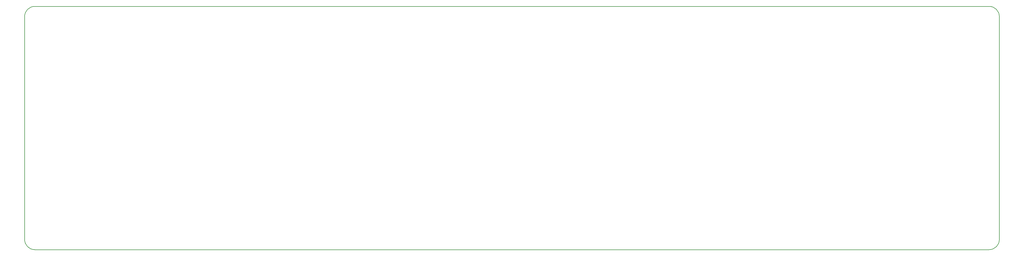
<source format=gbr>
%TF.GenerationSoftware,KiCad,Pcbnew,7.0.7*%
%TF.CreationDate,2023-10-11T09:13:37-04:00*%
%TF.ProjectId,HardLight,48617264-4c69-4676-9874-2e6b69636164,Mark 2 Rev F*%
%TF.SameCoordinates,Original*%
%TF.FileFunction,Profile,NP*%
%FSLAX46Y46*%
G04 Gerber Fmt 4.6, Leading zero omitted, Abs format (unit mm)*
G04 Created by KiCad (PCBNEW 7.0.7) date 2023-10-11 09:13:37*
%MOMM*%
%LPD*%
G01*
G04 APERTURE LIST*
%TA.AperFunction,Profile*%
%ADD10C,0.150000*%
%TD*%
G04 APERTURE END LIST*
D10*
X32543750Y-71437500D02*
X330993750Y-71437500D01*
X334168750Y-74612500D02*
X334168750Y-144462500D01*
X330993750Y-147637500D02*
X32543750Y-147637500D01*
X29368750Y-144462500D02*
X29368750Y-74612500D01*
X29368750Y-144462500D02*
G75*
G03*
X32543750Y-147637500I3175000J0D01*
G01*
X32543750Y-71437500D02*
G75*
G03*
X29368750Y-74612500I0J-3175000D01*
G01*
X330993750Y-147637550D02*
G75*
G03*
X334168750Y-144462500I-50J3175050D01*
G01*
X334168700Y-74612500D02*
G75*
G03*
X330993750Y-71437500I-3175000J0D01*
G01*
M02*

</source>
